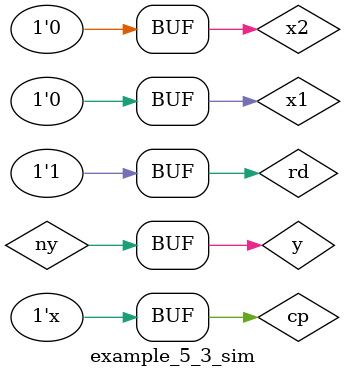
<source format=v>

`timescale 1ns / 1ps	

module example_5_3_sim();

    reg cp, x1, x2;
    wire ny ;
    wire z;

    reg rd;
    wire nyn;
    reg y;
    reg yn;
                               
    example_5_3 U(.cp(cp), .x1(x1),.x2(x2), .rd(rd), .y(y), .yn(yn),.ny(ny), .nyn(nyn), .z(z));

    initial begin
         #0
         cp=0;
         rd=0;
         x1=0;
         x2=0;

         #5
         rd=1;

         #20     
         x1=0;
         x2=1;

         #20
         x1=1;
         x2=0;

         #20 
         x1=1;
         x2=1;

         #20 
         x1=0;
         x2=1;

         #20 
         x1=1;
         x2=1;

         #20 
         x1=1;
         x2=0;

         #20 
         x1=0;
         x2=0;

         #20 
         x1=0;
    end
    
    always #10 cp <= ~cp;

    always #20 begin y <= ny; yn <= nyn; end

endmodule

</source>
